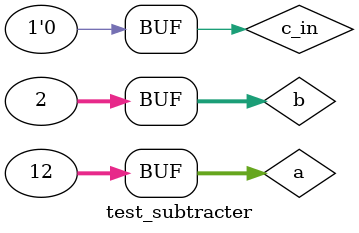
<source format=v>
module test_subtracter;

	// Inputs
	reg [31:0] a;
	reg [31:0] b;
	reg c_in;

	// Outputs
	wire [31:0] sum;
	wire c_out;

	// Instantiate the Unit Under Test (UUT)
	Sub_32 uut (
		.sum(sum), 
		.c_out(c_out), 
		.a(a), 
		.b(b), 
		.c_in(c_in)
	);

	initial begin
		// Initialize Inputs
		a = 12;
		b = 2;
		c_in = 0;

		// Wait 100 ns for global reset to finish
		#100;
        
		// Add stimulus here

	end
      
endmodule
</source>
